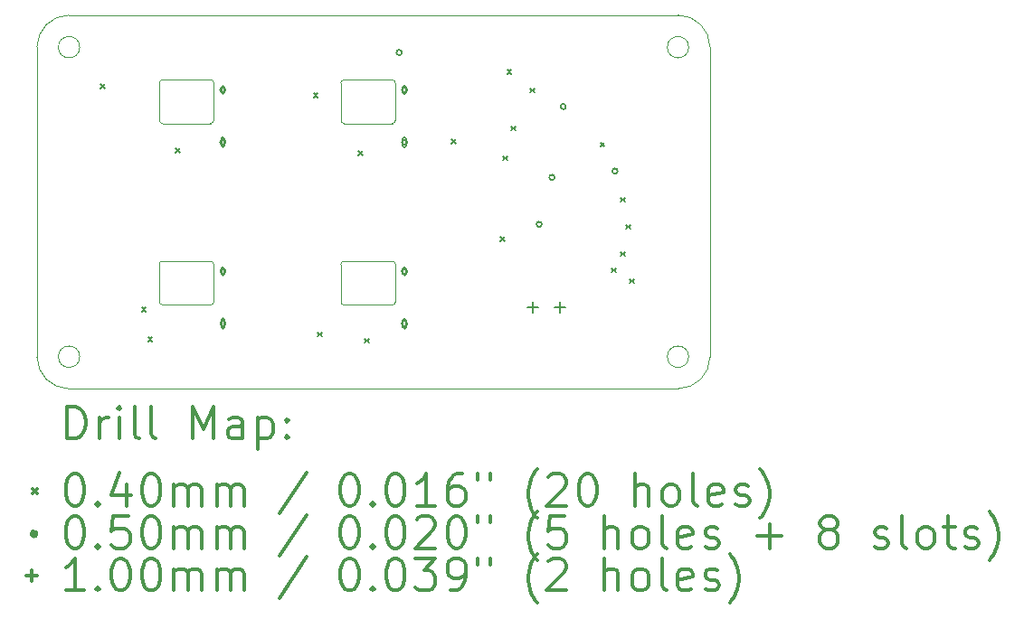
<source format=gbr>
%FSLAX45Y45*%
G04 Gerber Fmt 4.5, Leading zero omitted, Abs format (unit mm)*
G04 Created by KiCad (PCBNEW (5.1.6)-1) date 2022-07-31 05:20:59*
%MOMM*%
%LPD*%
G01*
G04 APERTURE LIST*
%TA.AperFunction,Profile*%
%ADD10C,0.050000*%
%TD*%
%TA.AperFunction,Profile*%
%ADD11C,0.100000*%
%TD*%
%ADD12C,0.200000*%
%ADD13C,0.300000*%
G04 APERTURE END LIST*
D10*
X11700000Y-8200000D02*
X11700000Y-11100000D01*
X12000000Y-11400000D02*
G75*
G02*
X11700000Y-11100000I0J300000D01*
G01*
X11700000Y-8200000D02*
G75*
G02*
X12000000Y-7900000I300000J0D01*
G01*
X12100000Y-11100000D02*
G75*
G03*
X12100000Y-11100000I-100000J0D01*
G01*
X12100000Y-8200000D02*
G75*
G03*
X12100000Y-8200000I-100000J0D01*
G01*
X18000000Y-11100000D02*
G75*
G02*
X17700000Y-11400000I-300000J0D01*
G01*
X17700000Y-7900000D02*
G75*
G02*
X18000000Y-8200000I0J-300000D01*
G01*
X17800000Y-11100000D02*
G75*
G03*
X17800000Y-11100000I-100000J0D01*
G01*
X17800000Y-8200000D02*
G75*
G03*
X17800000Y-8200000I-100000J0D01*
G01*
X12000000Y-11400000D02*
X17700000Y-11400000D01*
X17700000Y-7900000D02*
X12000000Y-7900000D01*
X18000000Y-8200000D02*
X18000000Y-11100000D01*
D11*
X15025000Y-10205000D02*
G75*
G02*
X15055000Y-10235000I0J-30000D01*
G01*
X13355000Y-10585000D02*
G75*
G02*
X13325000Y-10615000I-30000J0D01*
G01*
X14545000Y-10235000D02*
G75*
G02*
X14575000Y-10205000I30000J0D01*
G01*
X12845000Y-10585000D02*
X12845000Y-10235000D01*
X14575000Y-10615000D02*
G75*
G02*
X14545000Y-10585000I0J30000D01*
G01*
X13325000Y-10205000D02*
G75*
G02*
X13355000Y-10235000I0J-30000D01*
G01*
X13325000Y-10205000D02*
X12875000Y-10205000D01*
X13325000Y-10615000D02*
X12875000Y-10615000D01*
X12875000Y-10615000D02*
G75*
G02*
X12845000Y-10585000I0J30000D01*
G01*
X15055000Y-10585000D02*
G75*
G02*
X15025000Y-10615000I-30000J0D01*
G01*
X13355000Y-10235000D02*
X13355000Y-10585000D01*
X12845000Y-10235000D02*
G75*
G02*
X12875000Y-10205000I30000J0D01*
G01*
X15025000Y-10205000D02*
X14575000Y-10205000D01*
X14545000Y-10585000D02*
X14545000Y-10235000D01*
X15055000Y-10235000D02*
X15055000Y-10585000D01*
X15025000Y-10615000D02*
X14575000Y-10615000D01*
X15055000Y-8885000D02*
G75*
G02*
X15025000Y-8915000I-30000J0D01*
G01*
X15025000Y-8505000D02*
G75*
G02*
X15055000Y-8535000I0J-30000D01*
G01*
X15025000Y-8505000D02*
X14575000Y-8505000D01*
X14545000Y-8535000D02*
G75*
G02*
X14575000Y-8505000I30000J0D01*
G01*
X14545000Y-8885000D02*
X14545000Y-8535000D01*
X15055000Y-8535000D02*
X15055000Y-8885000D01*
X14575000Y-8915000D02*
G75*
G02*
X14545000Y-8885000I0J30000D01*
G01*
X15025000Y-8915000D02*
X14575000Y-8915000D01*
X13355000Y-8885000D02*
G75*
G02*
X13325000Y-8915000I-30000J0D01*
G01*
X13325000Y-8505000D02*
G75*
G02*
X13355000Y-8535000I0J-30000D01*
G01*
X13325000Y-8505000D02*
X12875000Y-8505000D01*
X12845000Y-8535000D02*
G75*
G02*
X12875000Y-8505000I30000J0D01*
G01*
X12845000Y-8885000D02*
X12845000Y-8535000D01*
X13355000Y-8535000D02*
X13355000Y-8885000D01*
X12875000Y-8915000D02*
G75*
G02*
X12845000Y-8885000I0J30000D01*
G01*
X13325000Y-8915000D02*
X12875000Y-8915000D01*
D12*
X12295000Y-8545000D02*
X12335000Y-8585000D01*
X12335000Y-8545000D02*
X12295000Y-8585000D01*
X12680000Y-10640000D02*
X12720000Y-10680000D01*
X12720000Y-10640000D02*
X12680000Y-10680000D01*
X12740000Y-10920000D02*
X12780000Y-10960000D01*
X12780000Y-10920000D02*
X12740000Y-10960000D01*
X13000000Y-9150000D02*
X13040000Y-9190000D01*
X13040000Y-9150000D02*
X13000000Y-9190000D01*
X14290000Y-8630000D02*
X14330000Y-8670000D01*
X14330000Y-8630000D02*
X14290000Y-8670000D01*
X14330000Y-10870000D02*
X14370000Y-10910000D01*
X14370000Y-10870000D02*
X14330000Y-10910000D01*
X14710000Y-9170000D02*
X14750000Y-9210000D01*
X14750000Y-9170000D02*
X14710000Y-9210000D01*
X14770000Y-10930000D02*
X14810000Y-10970000D01*
X14810000Y-10930000D02*
X14770000Y-10970000D01*
X15580000Y-9060000D02*
X15620000Y-9100000D01*
X15620000Y-9060000D02*
X15580000Y-9100000D01*
X16040000Y-9980000D02*
X16080000Y-10020000D01*
X16080000Y-9980000D02*
X16040000Y-10020000D01*
X16060000Y-9220000D02*
X16100000Y-9260000D01*
X16100000Y-9220000D02*
X16060000Y-9260000D01*
X16100000Y-8410000D02*
X16140000Y-8450000D01*
X16140000Y-8410000D02*
X16100000Y-8450000D01*
X16140000Y-8940000D02*
X16180000Y-8980000D01*
X16180000Y-8940000D02*
X16140000Y-8980000D01*
X16315974Y-8584026D02*
X16355974Y-8624026D01*
X16355974Y-8584026D02*
X16315974Y-8624026D01*
X16972026Y-9092026D02*
X17012026Y-9132026D01*
X17012026Y-9092026D02*
X16972026Y-9132026D01*
X17081018Y-10268982D02*
X17121018Y-10308982D01*
X17121018Y-10268982D02*
X17081018Y-10308982D01*
X17161000Y-9609000D02*
X17201000Y-9649000D01*
X17201000Y-9609000D02*
X17161000Y-9649000D01*
X17163000Y-10117000D02*
X17203000Y-10157000D01*
X17203000Y-10117000D02*
X17163000Y-10157000D01*
X17217000Y-9863000D02*
X17257000Y-9903000D01*
X17257000Y-9863000D02*
X17217000Y-9903000D01*
X17249000Y-10371000D02*
X17289000Y-10411000D01*
X17289000Y-10371000D02*
X17249000Y-10411000D01*
X15115000Y-8250000D02*
G75*
G03*
X15115000Y-8250000I-25000J0D01*
G01*
X16425000Y-9860000D02*
G75*
G03*
X16425000Y-9860000I-25000J0D01*
G01*
X16545000Y-9420000D02*
G75*
G03*
X16545000Y-9420000I-25000J0D01*
G01*
X16651250Y-8756250D02*
G75*
G03*
X16651250Y-8756250I-25000J0D01*
G01*
X17135000Y-9360000D02*
G75*
G03*
X17135000Y-9360000I-25000J0D01*
G01*
X13465001Y-10300016D02*
G75*
G03*
X13465001Y-10300016I-25000J0D01*
G01*
X13425001Y-10275016D02*
X13425001Y-10325016D01*
X13455001Y-10275016D02*
X13455001Y-10325016D01*
X13425001Y-10325016D02*
G75*
G03*
X13455001Y-10325016I15000J0D01*
G01*
X13455001Y-10275016D02*
G75*
G03*
X13425001Y-10275016I-15000J0D01*
G01*
X13465001Y-10790016D02*
G75*
G03*
X13465001Y-10790016I-25000J0D01*
G01*
X13425001Y-10755016D02*
X13425001Y-10825016D01*
X13455001Y-10755016D02*
X13455001Y-10825016D01*
X13425001Y-10825016D02*
G75*
G03*
X13455001Y-10825016I15000J0D01*
G01*
X13455001Y-10755016D02*
G75*
G03*
X13425001Y-10755016I-15000J0D01*
G01*
X15165001Y-10300016D02*
G75*
G03*
X15165001Y-10300016I-25000J0D01*
G01*
X15125001Y-10275016D02*
X15125001Y-10325016D01*
X15155001Y-10275016D02*
X15155001Y-10325016D01*
X15125001Y-10325016D02*
G75*
G03*
X15155001Y-10325016I15000J0D01*
G01*
X15155001Y-10275016D02*
G75*
G03*
X15125001Y-10275016I-15000J0D01*
G01*
X15165001Y-10790016D02*
G75*
G03*
X15165001Y-10790016I-25000J0D01*
G01*
X15125001Y-10755016D02*
X15125001Y-10825016D01*
X15155001Y-10755016D02*
X15155001Y-10825016D01*
X15125001Y-10825016D02*
G75*
G03*
X15155001Y-10825016I15000J0D01*
G01*
X15155001Y-10755016D02*
G75*
G03*
X15125001Y-10755016I-15000J0D01*
G01*
X13465001Y-8600016D02*
G75*
G03*
X13465001Y-8600016I-25000J0D01*
G01*
X13425001Y-8575016D02*
X13425001Y-8625016D01*
X13455001Y-8575016D02*
X13455001Y-8625016D01*
X13425001Y-8625016D02*
G75*
G03*
X13455001Y-8625016I15000J0D01*
G01*
X13455001Y-8575016D02*
G75*
G03*
X13425001Y-8575016I-15000J0D01*
G01*
X13465001Y-9090016D02*
G75*
G03*
X13465001Y-9090016I-25000J0D01*
G01*
X13425001Y-9055016D02*
X13425001Y-9125016D01*
X13455001Y-9055016D02*
X13455001Y-9125016D01*
X13425001Y-9125016D02*
G75*
G03*
X13455001Y-9125016I15000J0D01*
G01*
X13455001Y-9055016D02*
G75*
G03*
X13425001Y-9055016I-15000J0D01*
G01*
X15165001Y-8600016D02*
G75*
G03*
X15165001Y-8600016I-25000J0D01*
G01*
X15125001Y-8575016D02*
X15125001Y-8625016D01*
X15155001Y-8575016D02*
X15155001Y-8625016D01*
X15125001Y-8625016D02*
G75*
G03*
X15155001Y-8625016I15000J0D01*
G01*
X15155001Y-8575016D02*
G75*
G03*
X15125001Y-8575016I-15000J0D01*
G01*
X15165001Y-9090016D02*
G75*
G03*
X15165001Y-9090016I-25000J0D01*
G01*
X15125001Y-9055016D02*
X15125001Y-9125016D01*
X15155001Y-9055016D02*
X15155001Y-9125016D01*
X15125001Y-9125016D02*
G75*
G03*
X15155001Y-9125016I15000J0D01*
G01*
X15155001Y-9055016D02*
G75*
G03*
X15125001Y-9055016I-15000J0D01*
G01*
X16340000Y-10585000D02*
X16340000Y-10685000D01*
X16290000Y-10635000D02*
X16390000Y-10635000D01*
X16594000Y-10585000D02*
X16594000Y-10685000D01*
X16544000Y-10635000D02*
X16644000Y-10635000D01*
D13*
X11983928Y-11868214D02*
X11983928Y-11568214D01*
X12055357Y-11568214D01*
X12098214Y-11582500D01*
X12126786Y-11611071D01*
X12141071Y-11639643D01*
X12155357Y-11696786D01*
X12155357Y-11739643D01*
X12141071Y-11796786D01*
X12126786Y-11825357D01*
X12098214Y-11853929D01*
X12055357Y-11868214D01*
X11983928Y-11868214D01*
X12283928Y-11868214D02*
X12283928Y-11668214D01*
X12283928Y-11725357D02*
X12298214Y-11696786D01*
X12312500Y-11682500D01*
X12341071Y-11668214D01*
X12369643Y-11668214D01*
X12469643Y-11868214D02*
X12469643Y-11668214D01*
X12469643Y-11568214D02*
X12455357Y-11582500D01*
X12469643Y-11596786D01*
X12483928Y-11582500D01*
X12469643Y-11568214D01*
X12469643Y-11596786D01*
X12655357Y-11868214D02*
X12626786Y-11853929D01*
X12612500Y-11825357D01*
X12612500Y-11568214D01*
X12812500Y-11868214D02*
X12783928Y-11853929D01*
X12769643Y-11825357D01*
X12769643Y-11568214D01*
X13155357Y-11868214D02*
X13155357Y-11568214D01*
X13255357Y-11782500D01*
X13355357Y-11568214D01*
X13355357Y-11868214D01*
X13626786Y-11868214D02*
X13626786Y-11711071D01*
X13612500Y-11682500D01*
X13583928Y-11668214D01*
X13526786Y-11668214D01*
X13498214Y-11682500D01*
X13626786Y-11853929D02*
X13598214Y-11868214D01*
X13526786Y-11868214D01*
X13498214Y-11853929D01*
X13483928Y-11825357D01*
X13483928Y-11796786D01*
X13498214Y-11768214D01*
X13526786Y-11753929D01*
X13598214Y-11753929D01*
X13626786Y-11739643D01*
X13769643Y-11668214D02*
X13769643Y-11968214D01*
X13769643Y-11682500D02*
X13798214Y-11668214D01*
X13855357Y-11668214D01*
X13883928Y-11682500D01*
X13898214Y-11696786D01*
X13912500Y-11725357D01*
X13912500Y-11811071D01*
X13898214Y-11839643D01*
X13883928Y-11853929D01*
X13855357Y-11868214D01*
X13798214Y-11868214D01*
X13769643Y-11853929D01*
X14041071Y-11839643D02*
X14055357Y-11853929D01*
X14041071Y-11868214D01*
X14026786Y-11853929D01*
X14041071Y-11839643D01*
X14041071Y-11868214D01*
X14041071Y-11682500D02*
X14055357Y-11696786D01*
X14041071Y-11711071D01*
X14026786Y-11696786D01*
X14041071Y-11682500D01*
X14041071Y-11711071D01*
X11657500Y-12342500D02*
X11697500Y-12382500D01*
X11697500Y-12342500D02*
X11657500Y-12382500D01*
X12041071Y-12198214D02*
X12069643Y-12198214D01*
X12098214Y-12212500D01*
X12112500Y-12226786D01*
X12126786Y-12255357D01*
X12141071Y-12312500D01*
X12141071Y-12383929D01*
X12126786Y-12441071D01*
X12112500Y-12469643D01*
X12098214Y-12483929D01*
X12069643Y-12498214D01*
X12041071Y-12498214D01*
X12012500Y-12483929D01*
X11998214Y-12469643D01*
X11983928Y-12441071D01*
X11969643Y-12383929D01*
X11969643Y-12312500D01*
X11983928Y-12255357D01*
X11998214Y-12226786D01*
X12012500Y-12212500D01*
X12041071Y-12198214D01*
X12269643Y-12469643D02*
X12283928Y-12483929D01*
X12269643Y-12498214D01*
X12255357Y-12483929D01*
X12269643Y-12469643D01*
X12269643Y-12498214D01*
X12541071Y-12298214D02*
X12541071Y-12498214D01*
X12469643Y-12183929D02*
X12398214Y-12398214D01*
X12583928Y-12398214D01*
X12755357Y-12198214D02*
X12783928Y-12198214D01*
X12812500Y-12212500D01*
X12826786Y-12226786D01*
X12841071Y-12255357D01*
X12855357Y-12312500D01*
X12855357Y-12383929D01*
X12841071Y-12441071D01*
X12826786Y-12469643D01*
X12812500Y-12483929D01*
X12783928Y-12498214D01*
X12755357Y-12498214D01*
X12726786Y-12483929D01*
X12712500Y-12469643D01*
X12698214Y-12441071D01*
X12683928Y-12383929D01*
X12683928Y-12312500D01*
X12698214Y-12255357D01*
X12712500Y-12226786D01*
X12726786Y-12212500D01*
X12755357Y-12198214D01*
X12983928Y-12498214D02*
X12983928Y-12298214D01*
X12983928Y-12326786D02*
X12998214Y-12312500D01*
X13026786Y-12298214D01*
X13069643Y-12298214D01*
X13098214Y-12312500D01*
X13112500Y-12341071D01*
X13112500Y-12498214D01*
X13112500Y-12341071D02*
X13126786Y-12312500D01*
X13155357Y-12298214D01*
X13198214Y-12298214D01*
X13226786Y-12312500D01*
X13241071Y-12341071D01*
X13241071Y-12498214D01*
X13383928Y-12498214D02*
X13383928Y-12298214D01*
X13383928Y-12326786D02*
X13398214Y-12312500D01*
X13426786Y-12298214D01*
X13469643Y-12298214D01*
X13498214Y-12312500D01*
X13512500Y-12341071D01*
X13512500Y-12498214D01*
X13512500Y-12341071D02*
X13526786Y-12312500D01*
X13555357Y-12298214D01*
X13598214Y-12298214D01*
X13626786Y-12312500D01*
X13641071Y-12341071D01*
X13641071Y-12498214D01*
X14226786Y-12183929D02*
X13969643Y-12569643D01*
X14612500Y-12198214D02*
X14641071Y-12198214D01*
X14669643Y-12212500D01*
X14683928Y-12226786D01*
X14698214Y-12255357D01*
X14712500Y-12312500D01*
X14712500Y-12383929D01*
X14698214Y-12441071D01*
X14683928Y-12469643D01*
X14669643Y-12483929D01*
X14641071Y-12498214D01*
X14612500Y-12498214D01*
X14583928Y-12483929D01*
X14569643Y-12469643D01*
X14555357Y-12441071D01*
X14541071Y-12383929D01*
X14541071Y-12312500D01*
X14555357Y-12255357D01*
X14569643Y-12226786D01*
X14583928Y-12212500D01*
X14612500Y-12198214D01*
X14841071Y-12469643D02*
X14855357Y-12483929D01*
X14841071Y-12498214D01*
X14826786Y-12483929D01*
X14841071Y-12469643D01*
X14841071Y-12498214D01*
X15041071Y-12198214D02*
X15069643Y-12198214D01*
X15098214Y-12212500D01*
X15112500Y-12226786D01*
X15126786Y-12255357D01*
X15141071Y-12312500D01*
X15141071Y-12383929D01*
X15126786Y-12441071D01*
X15112500Y-12469643D01*
X15098214Y-12483929D01*
X15069643Y-12498214D01*
X15041071Y-12498214D01*
X15012500Y-12483929D01*
X14998214Y-12469643D01*
X14983928Y-12441071D01*
X14969643Y-12383929D01*
X14969643Y-12312500D01*
X14983928Y-12255357D01*
X14998214Y-12226786D01*
X15012500Y-12212500D01*
X15041071Y-12198214D01*
X15426786Y-12498214D02*
X15255357Y-12498214D01*
X15341071Y-12498214D02*
X15341071Y-12198214D01*
X15312500Y-12241071D01*
X15283928Y-12269643D01*
X15255357Y-12283929D01*
X15683928Y-12198214D02*
X15626786Y-12198214D01*
X15598214Y-12212500D01*
X15583928Y-12226786D01*
X15555357Y-12269643D01*
X15541071Y-12326786D01*
X15541071Y-12441071D01*
X15555357Y-12469643D01*
X15569643Y-12483929D01*
X15598214Y-12498214D01*
X15655357Y-12498214D01*
X15683928Y-12483929D01*
X15698214Y-12469643D01*
X15712500Y-12441071D01*
X15712500Y-12369643D01*
X15698214Y-12341071D01*
X15683928Y-12326786D01*
X15655357Y-12312500D01*
X15598214Y-12312500D01*
X15569643Y-12326786D01*
X15555357Y-12341071D01*
X15541071Y-12369643D01*
X15826786Y-12198214D02*
X15826786Y-12255357D01*
X15941071Y-12198214D02*
X15941071Y-12255357D01*
X16383928Y-12612500D02*
X16369643Y-12598214D01*
X16341071Y-12555357D01*
X16326786Y-12526786D01*
X16312500Y-12483929D01*
X16298214Y-12412500D01*
X16298214Y-12355357D01*
X16312500Y-12283929D01*
X16326786Y-12241071D01*
X16341071Y-12212500D01*
X16369643Y-12169643D01*
X16383928Y-12155357D01*
X16483928Y-12226786D02*
X16498214Y-12212500D01*
X16526786Y-12198214D01*
X16598214Y-12198214D01*
X16626786Y-12212500D01*
X16641071Y-12226786D01*
X16655357Y-12255357D01*
X16655357Y-12283929D01*
X16641071Y-12326786D01*
X16469643Y-12498214D01*
X16655357Y-12498214D01*
X16841071Y-12198214D02*
X16869643Y-12198214D01*
X16898214Y-12212500D01*
X16912500Y-12226786D01*
X16926786Y-12255357D01*
X16941071Y-12312500D01*
X16941071Y-12383929D01*
X16926786Y-12441071D01*
X16912500Y-12469643D01*
X16898214Y-12483929D01*
X16869643Y-12498214D01*
X16841071Y-12498214D01*
X16812500Y-12483929D01*
X16798214Y-12469643D01*
X16783928Y-12441071D01*
X16769643Y-12383929D01*
X16769643Y-12312500D01*
X16783928Y-12255357D01*
X16798214Y-12226786D01*
X16812500Y-12212500D01*
X16841071Y-12198214D01*
X17298214Y-12498214D02*
X17298214Y-12198214D01*
X17426786Y-12498214D02*
X17426786Y-12341071D01*
X17412500Y-12312500D01*
X17383928Y-12298214D01*
X17341071Y-12298214D01*
X17312500Y-12312500D01*
X17298214Y-12326786D01*
X17612500Y-12498214D02*
X17583928Y-12483929D01*
X17569643Y-12469643D01*
X17555357Y-12441071D01*
X17555357Y-12355357D01*
X17569643Y-12326786D01*
X17583928Y-12312500D01*
X17612500Y-12298214D01*
X17655357Y-12298214D01*
X17683928Y-12312500D01*
X17698214Y-12326786D01*
X17712500Y-12355357D01*
X17712500Y-12441071D01*
X17698214Y-12469643D01*
X17683928Y-12483929D01*
X17655357Y-12498214D01*
X17612500Y-12498214D01*
X17883928Y-12498214D02*
X17855357Y-12483929D01*
X17841071Y-12455357D01*
X17841071Y-12198214D01*
X18112500Y-12483929D02*
X18083928Y-12498214D01*
X18026786Y-12498214D01*
X17998214Y-12483929D01*
X17983928Y-12455357D01*
X17983928Y-12341071D01*
X17998214Y-12312500D01*
X18026786Y-12298214D01*
X18083928Y-12298214D01*
X18112500Y-12312500D01*
X18126786Y-12341071D01*
X18126786Y-12369643D01*
X17983928Y-12398214D01*
X18241071Y-12483929D02*
X18269643Y-12498214D01*
X18326786Y-12498214D01*
X18355357Y-12483929D01*
X18369643Y-12455357D01*
X18369643Y-12441071D01*
X18355357Y-12412500D01*
X18326786Y-12398214D01*
X18283928Y-12398214D01*
X18255357Y-12383929D01*
X18241071Y-12355357D01*
X18241071Y-12341071D01*
X18255357Y-12312500D01*
X18283928Y-12298214D01*
X18326786Y-12298214D01*
X18355357Y-12312500D01*
X18469643Y-12612500D02*
X18483928Y-12598214D01*
X18512500Y-12555357D01*
X18526786Y-12526786D01*
X18541071Y-12483929D01*
X18555357Y-12412500D01*
X18555357Y-12355357D01*
X18541071Y-12283929D01*
X18526786Y-12241071D01*
X18512500Y-12212500D01*
X18483928Y-12169643D01*
X18469643Y-12155357D01*
X11697500Y-12758500D02*
G75*
G03*
X11697500Y-12758500I-25000J0D01*
G01*
X12041071Y-12594214D02*
X12069643Y-12594214D01*
X12098214Y-12608500D01*
X12112500Y-12622786D01*
X12126786Y-12651357D01*
X12141071Y-12708500D01*
X12141071Y-12779929D01*
X12126786Y-12837071D01*
X12112500Y-12865643D01*
X12098214Y-12879929D01*
X12069643Y-12894214D01*
X12041071Y-12894214D01*
X12012500Y-12879929D01*
X11998214Y-12865643D01*
X11983928Y-12837071D01*
X11969643Y-12779929D01*
X11969643Y-12708500D01*
X11983928Y-12651357D01*
X11998214Y-12622786D01*
X12012500Y-12608500D01*
X12041071Y-12594214D01*
X12269643Y-12865643D02*
X12283928Y-12879929D01*
X12269643Y-12894214D01*
X12255357Y-12879929D01*
X12269643Y-12865643D01*
X12269643Y-12894214D01*
X12555357Y-12594214D02*
X12412500Y-12594214D01*
X12398214Y-12737071D01*
X12412500Y-12722786D01*
X12441071Y-12708500D01*
X12512500Y-12708500D01*
X12541071Y-12722786D01*
X12555357Y-12737071D01*
X12569643Y-12765643D01*
X12569643Y-12837071D01*
X12555357Y-12865643D01*
X12541071Y-12879929D01*
X12512500Y-12894214D01*
X12441071Y-12894214D01*
X12412500Y-12879929D01*
X12398214Y-12865643D01*
X12755357Y-12594214D02*
X12783928Y-12594214D01*
X12812500Y-12608500D01*
X12826786Y-12622786D01*
X12841071Y-12651357D01*
X12855357Y-12708500D01*
X12855357Y-12779929D01*
X12841071Y-12837071D01*
X12826786Y-12865643D01*
X12812500Y-12879929D01*
X12783928Y-12894214D01*
X12755357Y-12894214D01*
X12726786Y-12879929D01*
X12712500Y-12865643D01*
X12698214Y-12837071D01*
X12683928Y-12779929D01*
X12683928Y-12708500D01*
X12698214Y-12651357D01*
X12712500Y-12622786D01*
X12726786Y-12608500D01*
X12755357Y-12594214D01*
X12983928Y-12894214D02*
X12983928Y-12694214D01*
X12983928Y-12722786D02*
X12998214Y-12708500D01*
X13026786Y-12694214D01*
X13069643Y-12694214D01*
X13098214Y-12708500D01*
X13112500Y-12737071D01*
X13112500Y-12894214D01*
X13112500Y-12737071D02*
X13126786Y-12708500D01*
X13155357Y-12694214D01*
X13198214Y-12694214D01*
X13226786Y-12708500D01*
X13241071Y-12737071D01*
X13241071Y-12894214D01*
X13383928Y-12894214D02*
X13383928Y-12694214D01*
X13383928Y-12722786D02*
X13398214Y-12708500D01*
X13426786Y-12694214D01*
X13469643Y-12694214D01*
X13498214Y-12708500D01*
X13512500Y-12737071D01*
X13512500Y-12894214D01*
X13512500Y-12737071D02*
X13526786Y-12708500D01*
X13555357Y-12694214D01*
X13598214Y-12694214D01*
X13626786Y-12708500D01*
X13641071Y-12737071D01*
X13641071Y-12894214D01*
X14226786Y-12579929D02*
X13969643Y-12965643D01*
X14612500Y-12594214D02*
X14641071Y-12594214D01*
X14669643Y-12608500D01*
X14683928Y-12622786D01*
X14698214Y-12651357D01*
X14712500Y-12708500D01*
X14712500Y-12779929D01*
X14698214Y-12837071D01*
X14683928Y-12865643D01*
X14669643Y-12879929D01*
X14641071Y-12894214D01*
X14612500Y-12894214D01*
X14583928Y-12879929D01*
X14569643Y-12865643D01*
X14555357Y-12837071D01*
X14541071Y-12779929D01*
X14541071Y-12708500D01*
X14555357Y-12651357D01*
X14569643Y-12622786D01*
X14583928Y-12608500D01*
X14612500Y-12594214D01*
X14841071Y-12865643D02*
X14855357Y-12879929D01*
X14841071Y-12894214D01*
X14826786Y-12879929D01*
X14841071Y-12865643D01*
X14841071Y-12894214D01*
X15041071Y-12594214D02*
X15069643Y-12594214D01*
X15098214Y-12608500D01*
X15112500Y-12622786D01*
X15126786Y-12651357D01*
X15141071Y-12708500D01*
X15141071Y-12779929D01*
X15126786Y-12837071D01*
X15112500Y-12865643D01*
X15098214Y-12879929D01*
X15069643Y-12894214D01*
X15041071Y-12894214D01*
X15012500Y-12879929D01*
X14998214Y-12865643D01*
X14983928Y-12837071D01*
X14969643Y-12779929D01*
X14969643Y-12708500D01*
X14983928Y-12651357D01*
X14998214Y-12622786D01*
X15012500Y-12608500D01*
X15041071Y-12594214D01*
X15255357Y-12622786D02*
X15269643Y-12608500D01*
X15298214Y-12594214D01*
X15369643Y-12594214D01*
X15398214Y-12608500D01*
X15412500Y-12622786D01*
X15426786Y-12651357D01*
X15426786Y-12679929D01*
X15412500Y-12722786D01*
X15241071Y-12894214D01*
X15426786Y-12894214D01*
X15612500Y-12594214D02*
X15641071Y-12594214D01*
X15669643Y-12608500D01*
X15683928Y-12622786D01*
X15698214Y-12651357D01*
X15712500Y-12708500D01*
X15712500Y-12779929D01*
X15698214Y-12837071D01*
X15683928Y-12865643D01*
X15669643Y-12879929D01*
X15641071Y-12894214D01*
X15612500Y-12894214D01*
X15583928Y-12879929D01*
X15569643Y-12865643D01*
X15555357Y-12837071D01*
X15541071Y-12779929D01*
X15541071Y-12708500D01*
X15555357Y-12651357D01*
X15569643Y-12622786D01*
X15583928Y-12608500D01*
X15612500Y-12594214D01*
X15826786Y-12594214D02*
X15826786Y-12651357D01*
X15941071Y-12594214D02*
X15941071Y-12651357D01*
X16383928Y-13008500D02*
X16369643Y-12994214D01*
X16341071Y-12951357D01*
X16326786Y-12922786D01*
X16312500Y-12879929D01*
X16298214Y-12808500D01*
X16298214Y-12751357D01*
X16312500Y-12679929D01*
X16326786Y-12637071D01*
X16341071Y-12608500D01*
X16369643Y-12565643D01*
X16383928Y-12551357D01*
X16641071Y-12594214D02*
X16498214Y-12594214D01*
X16483928Y-12737071D01*
X16498214Y-12722786D01*
X16526786Y-12708500D01*
X16598214Y-12708500D01*
X16626786Y-12722786D01*
X16641071Y-12737071D01*
X16655357Y-12765643D01*
X16655357Y-12837071D01*
X16641071Y-12865643D01*
X16626786Y-12879929D01*
X16598214Y-12894214D01*
X16526786Y-12894214D01*
X16498214Y-12879929D01*
X16483928Y-12865643D01*
X17012500Y-12894214D02*
X17012500Y-12594214D01*
X17141071Y-12894214D02*
X17141071Y-12737071D01*
X17126786Y-12708500D01*
X17098214Y-12694214D01*
X17055357Y-12694214D01*
X17026786Y-12708500D01*
X17012500Y-12722786D01*
X17326786Y-12894214D02*
X17298214Y-12879929D01*
X17283928Y-12865643D01*
X17269643Y-12837071D01*
X17269643Y-12751357D01*
X17283928Y-12722786D01*
X17298214Y-12708500D01*
X17326786Y-12694214D01*
X17369643Y-12694214D01*
X17398214Y-12708500D01*
X17412500Y-12722786D01*
X17426786Y-12751357D01*
X17426786Y-12837071D01*
X17412500Y-12865643D01*
X17398214Y-12879929D01*
X17369643Y-12894214D01*
X17326786Y-12894214D01*
X17598214Y-12894214D02*
X17569643Y-12879929D01*
X17555357Y-12851357D01*
X17555357Y-12594214D01*
X17826786Y-12879929D02*
X17798214Y-12894214D01*
X17741071Y-12894214D01*
X17712500Y-12879929D01*
X17698214Y-12851357D01*
X17698214Y-12737071D01*
X17712500Y-12708500D01*
X17741071Y-12694214D01*
X17798214Y-12694214D01*
X17826786Y-12708500D01*
X17841071Y-12737071D01*
X17841071Y-12765643D01*
X17698214Y-12794214D01*
X17955357Y-12879929D02*
X17983928Y-12894214D01*
X18041071Y-12894214D01*
X18069643Y-12879929D01*
X18083928Y-12851357D01*
X18083928Y-12837071D01*
X18069643Y-12808500D01*
X18041071Y-12794214D01*
X17998214Y-12794214D01*
X17969643Y-12779929D01*
X17955357Y-12751357D01*
X17955357Y-12737071D01*
X17969643Y-12708500D01*
X17998214Y-12694214D01*
X18041071Y-12694214D01*
X18069643Y-12708500D01*
X18441071Y-12779929D02*
X18669643Y-12779929D01*
X18555357Y-12894214D02*
X18555357Y-12665643D01*
X19083928Y-12722786D02*
X19055357Y-12708500D01*
X19041071Y-12694214D01*
X19026786Y-12665643D01*
X19026786Y-12651357D01*
X19041071Y-12622786D01*
X19055357Y-12608500D01*
X19083928Y-12594214D01*
X19141071Y-12594214D01*
X19169643Y-12608500D01*
X19183928Y-12622786D01*
X19198214Y-12651357D01*
X19198214Y-12665643D01*
X19183928Y-12694214D01*
X19169643Y-12708500D01*
X19141071Y-12722786D01*
X19083928Y-12722786D01*
X19055357Y-12737071D01*
X19041071Y-12751357D01*
X19026786Y-12779929D01*
X19026786Y-12837071D01*
X19041071Y-12865643D01*
X19055357Y-12879929D01*
X19083928Y-12894214D01*
X19141071Y-12894214D01*
X19169643Y-12879929D01*
X19183928Y-12865643D01*
X19198214Y-12837071D01*
X19198214Y-12779929D01*
X19183928Y-12751357D01*
X19169643Y-12737071D01*
X19141071Y-12722786D01*
X19541071Y-12879929D02*
X19569643Y-12894214D01*
X19626786Y-12894214D01*
X19655357Y-12879929D01*
X19669643Y-12851357D01*
X19669643Y-12837071D01*
X19655357Y-12808500D01*
X19626786Y-12794214D01*
X19583928Y-12794214D01*
X19555357Y-12779929D01*
X19541071Y-12751357D01*
X19541071Y-12737071D01*
X19555357Y-12708500D01*
X19583928Y-12694214D01*
X19626786Y-12694214D01*
X19655357Y-12708500D01*
X19841071Y-12894214D02*
X19812500Y-12879929D01*
X19798214Y-12851357D01*
X19798214Y-12594214D01*
X19998214Y-12894214D02*
X19969643Y-12879929D01*
X19955357Y-12865643D01*
X19941071Y-12837071D01*
X19941071Y-12751357D01*
X19955357Y-12722786D01*
X19969643Y-12708500D01*
X19998214Y-12694214D01*
X20041071Y-12694214D01*
X20069643Y-12708500D01*
X20083928Y-12722786D01*
X20098214Y-12751357D01*
X20098214Y-12837071D01*
X20083928Y-12865643D01*
X20069643Y-12879929D01*
X20041071Y-12894214D01*
X19998214Y-12894214D01*
X20183928Y-12694214D02*
X20298214Y-12694214D01*
X20226786Y-12594214D02*
X20226786Y-12851357D01*
X20241071Y-12879929D01*
X20269643Y-12894214D01*
X20298214Y-12894214D01*
X20383928Y-12879929D02*
X20412500Y-12894214D01*
X20469643Y-12894214D01*
X20498214Y-12879929D01*
X20512500Y-12851357D01*
X20512500Y-12837071D01*
X20498214Y-12808500D01*
X20469643Y-12794214D01*
X20426786Y-12794214D01*
X20398214Y-12779929D01*
X20383928Y-12751357D01*
X20383928Y-12737071D01*
X20398214Y-12708500D01*
X20426786Y-12694214D01*
X20469643Y-12694214D01*
X20498214Y-12708500D01*
X20612500Y-13008500D02*
X20626786Y-12994214D01*
X20655357Y-12951357D01*
X20669643Y-12922786D01*
X20683928Y-12879929D01*
X20698214Y-12808500D01*
X20698214Y-12751357D01*
X20683928Y-12679929D01*
X20669643Y-12637071D01*
X20655357Y-12608500D01*
X20626786Y-12565643D01*
X20612500Y-12551357D01*
X11647500Y-13104500D02*
X11647500Y-13204500D01*
X11597500Y-13154500D02*
X11697500Y-13154500D01*
X12141071Y-13290214D02*
X11969643Y-13290214D01*
X12055357Y-13290214D02*
X12055357Y-12990214D01*
X12026786Y-13033071D01*
X11998214Y-13061643D01*
X11969643Y-13075929D01*
X12269643Y-13261643D02*
X12283928Y-13275929D01*
X12269643Y-13290214D01*
X12255357Y-13275929D01*
X12269643Y-13261643D01*
X12269643Y-13290214D01*
X12469643Y-12990214D02*
X12498214Y-12990214D01*
X12526786Y-13004500D01*
X12541071Y-13018786D01*
X12555357Y-13047357D01*
X12569643Y-13104500D01*
X12569643Y-13175929D01*
X12555357Y-13233071D01*
X12541071Y-13261643D01*
X12526786Y-13275929D01*
X12498214Y-13290214D01*
X12469643Y-13290214D01*
X12441071Y-13275929D01*
X12426786Y-13261643D01*
X12412500Y-13233071D01*
X12398214Y-13175929D01*
X12398214Y-13104500D01*
X12412500Y-13047357D01*
X12426786Y-13018786D01*
X12441071Y-13004500D01*
X12469643Y-12990214D01*
X12755357Y-12990214D02*
X12783928Y-12990214D01*
X12812500Y-13004500D01*
X12826786Y-13018786D01*
X12841071Y-13047357D01*
X12855357Y-13104500D01*
X12855357Y-13175929D01*
X12841071Y-13233071D01*
X12826786Y-13261643D01*
X12812500Y-13275929D01*
X12783928Y-13290214D01*
X12755357Y-13290214D01*
X12726786Y-13275929D01*
X12712500Y-13261643D01*
X12698214Y-13233071D01*
X12683928Y-13175929D01*
X12683928Y-13104500D01*
X12698214Y-13047357D01*
X12712500Y-13018786D01*
X12726786Y-13004500D01*
X12755357Y-12990214D01*
X12983928Y-13290214D02*
X12983928Y-13090214D01*
X12983928Y-13118786D02*
X12998214Y-13104500D01*
X13026786Y-13090214D01*
X13069643Y-13090214D01*
X13098214Y-13104500D01*
X13112500Y-13133071D01*
X13112500Y-13290214D01*
X13112500Y-13133071D02*
X13126786Y-13104500D01*
X13155357Y-13090214D01*
X13198214Y-13090214D01*
X13226786Y-13104500D01*
X13241071Y-13133071D01*
X13241071Y-13290214D01*
X13383928Y-13290214D02*
X13383928Y-13090214D01*
X13383928Y-13118786D02*
X13398214Y-13104500D01*
X13426786Y-13090214D01*
X13469643Y-13090214D01*
X13498214Y-13104500D01*
X13512500Y-13133071D01*
X13512500Y-13290214D01*
X13512500Y-13133071D02*
X13526786Y-13104500D01*
X13555357Y-13090214D01*
X13598214Y-13090214D01*
X13626786Y-13104500D01*
X13641071Y-13133071D01*
X13641071Y-13290214D01*
X14226786Y-12975929D02*
X13969643Y-13361643D01*
X14612500Y-12990214D02*
X14641071Y-12990214D01*
X14669643Y-13004500D01*
X14683928Y-13018786D01*
X14698214Y-13047357D01*
X14712500Y-13104500D01*
X14712500Y-13175929D01*
X14698214Y-13233071D01*
X14683928Y-13261643D01*
X14669643Y-13275929D01*
X14641071Y-13290214D01*
X14612500Y-13290214D01*
X14583928Y-13275929D01*
X14569643Y-13261643D01*
X14555357Y-13233071D01*
X14541071Y-13175929D01*
X14541071Y-13104500D01*
X14555357Y-13047357D01*
X14569643Y-13018786D01*
X14583928Y-13004500D01*
X14612500Y-12990214D01*
X14841071Y-13261643D02*
X14855357Y-13275929D01*
X14841071Y-13290214D01*
X14826786Y-13275929D01*
X14841071Y-13261643D01*
X14841071Y-13290214D01*
X15041071Y-12990214D02*
X15069643Y-12990214D01*
X15098214Y-13004500D01*
X15112500Y-13018786D01*
X15126786Y-13047357D01*
X15141071Y-13104500D01*
X15141071Y-13175929D01*
X15126786Y-13233071D01*
X15112500Y-13261643D01*
X15098214Y-13275929D01*
X15069643Y-13290214D01*
X15041071Y-13290214D01*
X15012500Y-13275929D01*
X14998214Y-13261643D01*
X14983928Y-13233071D01*
X14969643Y-13175929D01*
X14969643Y-13104500D01*
X14983928Y-13047357D01*
X14998214Y-13018786D01*
X15012500Y-13004500D01*
X15041071Y-12990214D01*
X15241071Y-12990214D02*
X15426786Y-12990214D01*
X15326786Y-13104500D01*
X15369643Y-13104500D01*
X15398214Y-13118786D01*
X15412500Y-13133071D01*
X15426786Y-13161643D01*
X15426786Y-13233071D01*
X15412500Y-13261643D01*
X15398214Y-13275929D01*
X15369643Y-13290214D01*
X15283928Y-13290214D01*
X15255357Y-13275929D01*
X15241071Y-13261643D01*
X15569643Y-13290214D02*
X15626786Y-13290214D01*
X15655357Y-13275929D01*
X15669643Y-13261643D01*
X15698214Y-13218786D01*
X15712500Y-13161643D01*
X15712500Y-13047357D01*
X15698214Y-13018786D01*
X15683928Y-13004500D01*
X15655357Y-12990214D01*
X15598214Y-12990214D01*
X15569643Y-13004500D01*
X15555357Y-13018786D01*
X15541071Y-13047357D01*
X15541071Y-13118786D01*
X15555357Y-13147357D01*
X15569643Y-13161643D01*
X15598214Y-13175929D01*
X15655357Y-13175929D01*
X15683928Y-13161643D01*
X15698214Y-13147357D01*
X15712500Y-13118786D01*
X15826786Y-12990214D02*
X15826786Y-13047357D01*
X15941071Y-12990214D02*
X15941071Y-13047357D01*
X16383928Y-13404500D02*
X16369643Y-13390214D01*
X16341071Y-13347357D01*
X16326786Y-13318786D01*
X16312500Y-13275929D01*
X16298214Y-13204500D01*
X16298214Y-13147357D01*
X16312500Y-13075929D01*
X16326786Y-13033071D01*
X16341071Y-13004500D01*
X16369643Y-12961643D01*
X16383928Y-12947357D01*
X16483928Y-13018786D02*
X16498214Y-13004500D01*
X16526786Y-12990214D01*
X16598214Y-12990214D01*
X16626786Y-13004500D01*
X16641071Y-13018786D01*
X16655357Y-13047357D01*
X16655357Y-13075929D01*
X16641071Y-13118786D01*
X16469643Y-13290214D01*
X16655357Y-13290214D01*
X17012500Y-13290214D02*
X17012500Y-12990214D01*
X17141071Y-13290214D02*
X17141071Y-13133071D01*
X17126786Y-13104500D01*
X17098214Y-13090214D01*
X17055357Y-13090214D01*
X17026786Y-13104500D01*
X17012500Y-13118786D01*
X17326786Y-13290214D02*
X17298214Y-13275929D01*
X17283928Y-13261643D01*
X17269643Y-13233071D01*
X17269643Y-13147357D01*
X17283928Y-13118786D01*
X17298214Y-13104500D01*
X17326786Y-13090214D01*
X17369643Y-13090214D01*
X17398214Y-13104500D01*
X17412500Y-13118786D01*
X17426786Y-13147357D01*
X17426786Y-13233071D01*
X17412500Y-13261643D01*
X17398214Y-13275929D01*
X17369643Y-13290214D01*
X17326786Y-13290214D01*
X17598214Y-13290214D02*
X17569643Y-13275929D01*
X17555357Y-13247357D01*
X17555357Y-12990214D01*
X17826786Y-13275929D02*
X17798214Y-13290214D01*
X17741071Y-13290214D01*
X17712500Y-13275929D01*
X17698214Y-13247357D01*
X17698214Y-13133071D01*
X17712500Y-13104500D01*
X17741071Y-13090214D01*
X17798214Y-13090214D01*
X17826786Y-13104500D01*
X17841071Y-13133071D01*
X17841071Y-13161643D01*
X17698214Y-13190214D01*
X17955357Y-13275929D02*
X17983928Y-13290214D01*
X18041071Y-13290214D01*
X18069643Y-13275929D01*
X18083928Y-13247357D01*
X18083928Y-13233071D01*
X18069643Y-13204500D01*
X18041071Y-13190214D01*
X17998214Y-13190214D01*
X17969643Y-13175929D01*
X17955357Y-13147357D01*
X17955357Y-13133071D01*
X17969643Y-13104500D01*
X17998214Y-13090214D01*
X18041071Y-13090214D01*
X18069643Y-13104500D01*
X18183928Y-13404500D02*
X18198214Y-13390214D01*
X18226786Y-13347357D01*
X18241071Y-13318786D01*
X18255357Y-13275929D01*
X18269643Y-13204500D01*
X18269643Y-13147357D01*
X18255357Y-13075929D01*
X18241071Y-13033071D01*
X18226786Y-13004500D01*
X18198214Y-12961643D01*
X18183928Y-12947357D01*
M02*

</source>
